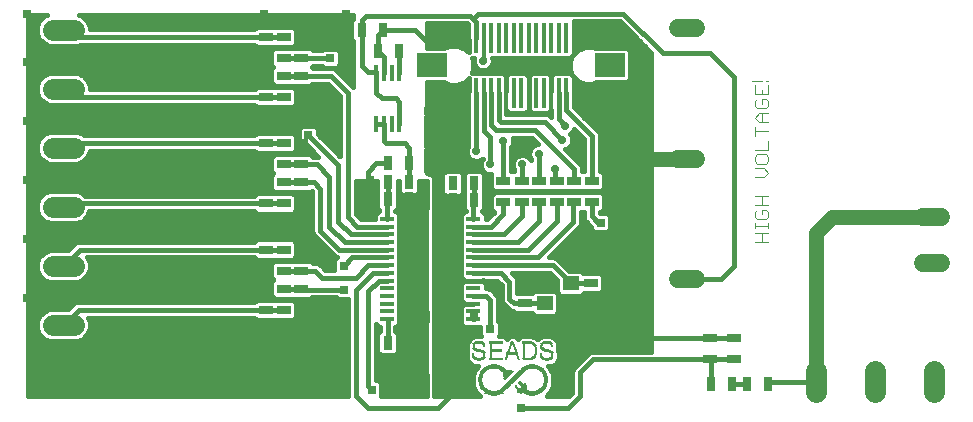
<source format=gtl>
G75*
%MOIN*%
%OFA0B0*%
%FSLAX24Y24*%
%IPPOS*%
%LPD*%
%AMOC8*
5,1,8,0,0,1.08239X$1,22.5*
%
%ADD10R,0.0069X0.0011*%
%ADD11R,0.0080X0.0011*%
%ADD12R,0.0218X0.0011*%
%ADD13R,0.0310X0.0011*%
%ADD14R,0.0380X0.0011*%
%ADD15R,0.0425X0.0012*%
%ADD16R,0.0471X0.0011*%
%ADD17R,0.0517X0.0011*%
%ADD18R,0.0092X0.0011*%
%ADD19R,0.0563X0.0011*%
%ADD20R,0.0161X0.0011*%
%ADD21R,0.0586X0.0011*%
%ADD22R,0.0782X0.0011*%
%ADD23R,0.0816X0.0012*%
%ADD24R,0.0655X0.0011*%
%ADD25R,0.0851X0.0011*%
%ADD26R,0.0678X0.0011*%
%ADD27R,0.0862X0.0011*%
%ADD28R,0.0288X0.0011*%
%ADD29R,0.0448X0.0011*%
%ADD30R,0.0241X0.0011*%
%ADD31R,0.0253X0.0011*%
%ADD32R,0.0391X0.0011*%
%ADD33R,0.0230X0.0012*%
%ADD34R,0.0345X0.0012*%
%ADD35R,0.0207X0.0011*%
%ADD36R,0.0207X0.0011*%
%ADD37R,0.0299X0.0011*%
%ADD38R,0.0195X0.0011*%
%ADD39R,0.0184X0.0011*%
%ADD40R,0.0173X0.0012*%
%ADD41R,0.0195X0.0012*%
%ADD42R,0.0322X0.0012*%
%ADD43R,0.0184X0.0012*%
%ADD44R,0.0173X0.0011*%
%ADD45R,0.0230X0.0011*%
%ADD46R,0.0184X0.0011*%
%ADD47R,0.0092X0.0011*%
%ADD48R,0.0161X0.0012*%
%ADD49R,0.0092X0.0012*%
%ADD50R,0.0149X0.0011*%
%ADD51R,0.0150X0.0011*%
%ADD52R,0.0069X0.0011*%
%ADD53R,0.0046X0.0011*%
%ADD54R,0.0149X0.0012*%
%ADD55R,0.0023X0.0012*%
%ADD56R,0.0138X0.0012*%
%ADD57R,0.0138X0.0011*%
%ADD58R,0.0103X0.0011*%
%ADD59R,0.0057X0.0011*%
%ADD60R,0.0035X0.0011*%
%ADD61R,0.0103X0.0012*%
%ADD62R,0.0011X0.0012*%
%ADD63R,0.0127X0.0012*%
%ADD64R,0.0057X0.0012*%
%ADD65R,0.0127X0.0011*%
%ADD66R,0.0011X0.0011*%
%ADD67R,0.0023X0.0011*%
%ADD68R,0.0092X0.0012*%
%ADD69R,0.0115X0.0011*%
%ADD70R,0.0126X0.0011*%
%ADD71R,0.0126X0.0012*%
%ADD72R,0.0265X0.0011*%
%ADD73R,0.0150X0.0012*%
%ADD74R,0.0276X0.0012*%
%ADD75R,0.0322X0.0011*%
%ADD76R,0.0345X0.0011*%
%ADD77R,0.0368X0.0011*%
%ADD78R,0.0368X0.0012*%
%ADD79R,0.0379X0.0011*%
%ADD80R,0.0207X0.0012*%
%ADD81R,0.0207X0.0012*%
%ADD82R,0.0678X0.0012*%
%ADD83R,0.0621X0.0011*%
%ADD84R,0.0552X0.0011*%
%ADD85R,0.0552X0.0011*%
%ADD86R,0.0517X0.0012*%
%ADD87R,0.0425X0.0011*%
%ADD88R,0.0218X0.0012*%
%ADD89R,0.0437X0.0011*%
%ADD90R,0.0437X0.0012*%
%ADD91R,0.0080X0.0012*%
%ADD92R,0.0333X0.0012*%
%ADD93R,0.0356X0.0011*%
%ADD94R,0.0403X0.0011*%
%ADD95R,0.0115X0.0012*%
%ADD96R,0.0069X0.0012*%
%ADD97R,0.0391X0.0012*%
%ADD98R,0.0264X0.0011*%
%ADD99R,0.0288X0.0012*%
%ADD100R,0.0403X0.0012*%
%ADD101R,0.0299X0.0011*%
%ADD102R,0.0276X0.0011*%
%ADD103R,0.0069X0.0012*%
%ADD104R,0.0414X0.0011*%
%ADD105R,0.0333X0.0011*%
%ADD106R,0.0322X0.0011*%
%ADD107C,0.0040*%
%ADD108R,0.0454X0.0157*%
%ADD109R,0.0315X0.0472*%
%ADD110R,0.0472X0.0315*%
%ADD111R,0.0180X0.0540*%
%ADD112R,0.0551X0.0472*%
%ADD113R,0.0138X0.0984*%
%ADD114R,0.0984X0.0787*%
%ADD115C,0.0594*%
%ADD116C,0.0705*%
%ADD117C,0.0160*%
%ADD118C,0.0280*%
%ADD119R,0.0280X0.0280*%
%ADD120C,0.0120*%
%ADD121C,0.0500*%
%ADD122R,0.0278X0.0278*%
%ADD123C,0.0010*%
D10*
X016429Y003637D03*
X016797Y003902D03*
X017694Y003936D03*
X017786Y003948D03*
X017809Y003879D03*
X017821Y003844D03*
X017832Y003810D03*
X018695Y003637D03*
X018695Y003603D03*
X017119Y002257D03*
D11*
X017504Y002809D03*
X017987Y002694D03*
X018160Y002614D03*
X018413Y002257D03*
X017953Y003465D03*
X017941Y003488D03*
X017941Y003499D03*
X017930Y003522D03*
X017930Y003534D03*
X017918Y003557D03*
X017907Y003580D03*
X017907Y003591D03*
X017907Y003603D03*
X017895Y003614D03*
X017872Y003695D03*
X017872Y003706D03*
X017861Y003718D03*
X017861Y003729D03*
X017849Y003752D03*
X017849Y003764D03*
X017849Y003775D03*
X017838Y003787D03*
X017826Y003821D03*
X017826Y003833D03*
X017815Y003867D03*
X017803Y003890D03*
X017803Y003902D03*
X017792Y003925D03*
X017792Y003936D03*
X017700Y003948D03*
X017688Y003925D03*
X017677Y003902D03*
X017677Y003890D03*
X017677Y003879D03*
X017665Y003867D03*
X017665Y003844D03*
X017654Y003833D03*
X017654Y003821D03*
X017654Y003810D03*
X017642Y003787D03*
X017631Y003775D03*
X017631Y003764D03*
X017631Y003752D03*
X017619Y003729D03*
X017619Y003718D03*
X017608Y003706D03*
X017608Y003695D03*
X017573Y003603D03*
X017573Y003591D03*
X017562Y003580D03*
X017562Y003557D03*
X017550Y003545D03*
X017550Y003534D03*
X017539Y003499D03*
X017527Y003476D03*
X017527Y003465D03*
X017516Y003442D03*
X017021Y003522D03*
X017021Y003534D03*
X017021Y003545D03*
X017021Y003557D03*
X017021Y003580D03*
X017021Y003591D03*
X017021Y003603D03*
X017021Y003614D03*
X017021Y003637D03*
X017021Y003649D03*
X017021Y003660D03*
X017021Y003672D03*
X017021Y003695D03*
X017021Y003706D03*
X017021Y003810D03*
X017021Y003821D03*
X017021Y003833D03*
X017021Y003844D03*
X017021Y003867D03*
X017021Y003879D03*
X017021Y003890D03*
X017021Y003902D03*
X017021Y003925D03*
X017021Y003936D03*
X017021Y003948D03*
X017021Y003959D03*
X016803Y003890D03*
X016803Y003879D03*
X016791Y003925D03*
X016458Y003925D03*
X016458Y003936D03*
X016458Y003902D03*
X016435Y003614D03*
X016435Y003603D03*
X016435Y003591D03*
X016435Y003580D03*
X016446Y003557D03*
X016803Y003557D03*
X016814Y003580D03*
X016814Y003591D03*
X016814Y003603D03*
X016814Y003614D03*
X017746Y004051D03*
X018125Y003959D03*
X018125Y003948D03*
X018125Y003936D03*
X018125Y003925D03*
X018125Y003902D03*
X018125Y003890D03*
X018125Y003879D03*
X018125Y003867D03*
X018125Y003844D03*
X018125Y003833D03*
X018125Y003821D03*
X018125Y003810D03*
X018125Y003787D03*
X018125Y003775D03*
X018125Y003764D03*
X018125Y003752D03*
X018125Y003729D03*
X018125Y003718D03*
X018125Y003706D03*
X018125Y003695D03*
X018125Y003672D03*
X018125Y003660D03*
X018125Y003649D03*
X018125Y003637D03*
X018125Y003614D03*
X018125Y003603D03*
X018125Y003591D03*
X018125Y003580D03*
X018125Y003557D03*
X018125Y003545D03*
X018125Y003534D03*
X018125Y003522D03*
X018493Y003580D03*
X018505Y003603D03*
X018505Y003614D03*
X018516Y003637D03*
X018516Y003649D03*
X018528Y003672D03*
X018528Y003695D03*
X018528Y003706D03*
X018528Y003718D03*
X018528Y003729D03*
X018528Y003752D03*
X018528Y003764D03*
X018528Y003775D03*
X018528Y003787D03*
X018528Y003810D03*
X018528Y003821D03*
X018516Y003867D03*
X018505Y003890D03*
X018712Y003890D03*
X018712Y003879D03*
X018712Y003902D03*
X018723Y003925D03*
X018723Y003936D03*
X019045Y003948D03*
X019057Y003925D03*
X019057Y003902D03*
X019057Y003890D03*
X019068Y003649D03*
X019068Y003637D03*
X019068Y003580D03*
X019068Y003557D03*
X018700Y003580D03*
X018700Y003591D03*
X018689Y003614D03*
D12*
X018815Y003787D03*
X018884Y003442D03*
X018689Y003120D03*
X018137Y003120D03*
X017550Y002924D03*
X017401Y003120D03*
X016849Y003120D03*
X016849Y002430D03*
X017125Y002269D03*
X017401Y002430D03*
X018114Y002499D03*
X018413Y002269D03*
X018689Y002430D03*
X016550Y003787D03*
D13*
X018413Y003269D03*
X018884Y003465D03*
X018884Y004017D03*
X018056Y002464D03*
X018091Y002430D03*
X018413Y002280D03*
X017125Y002280D03*
D14*
X017125Y002292D03*
X018413Y002292D03*
X018275Y003476D03*
X018275Y004005D03*
D15*
X018413Y002303D03*
X017125Y002303D03*
D16*
X017125Y002315D03*
X018413Y002315D03*
X018413Y003235D03*
X017125Y003235D03*
D17*
X017125Y002326D03*
X018413Y002326D03*
D18*
X018028Y002326D03*
X017924Y002487D03*
X017913Y002499D03*
X017901Y002510D03*
X017867Y002545D03*
X017855Y002556D03*
X017959Y003442D03*
X017924Y003545D03*
X017579Y003614D03*
X016809Y003637D03*
X016809Y003649D03*
X016774Y003959D03*
X016475Y003959D03*
X016464Y003948D03*
X016464Y003844D03*
X017740Y004040D03*
X018488Y003925D03*
X018499Y003902D03*
X018718Y003867D03*
X018729Y003948D03*
X019051Y003936D03*
X019063Y003660D03*
X019074Y003614D03*
X019074Y003603D03*
X019074Y003591D03*
X019063Y003545D03*
X019051Y003534D03*
X018718Y003545D03*
X018706Y003557D03*
X018499Y003591D03*
X018476Y003557D03*
D19*
X018413Y002338D03*
X017125Y002338D03*
D20*
X016763Y002510D03*
X016751Y002522D03*
X016740Y002545D03*
X016728Y002556D03*
X016740Y003005D03*
X016740Y003016D03*
X016751Y003028D03*
X016763Y003039D03*
X016740Y003499D03*
X016510Y003499D03*
X017522Y002867D03*
X018131Y002568D03*
X018028Y002338D03*
X018775Y002510D03*
X018787Y002522D03*
X018798Y002545D03*
X018810Y002982D03*
X018798Y003005D03*
X018787Y003016D03*
X018787Y003028D03*
X018775Y003039D03*
X018775Y003499D03*
X017740Y003959D03*
D21*
X017125Y003200D03*
X018413Y003200D03*
X017125Y002349D03*
D22*
X018315Y002349D03*
D23*
X018309Y002361D03*
D24*
X017125Y002372D03*
X017125Y003177D03*
X018413Y003177D03*
D25*
X018315Y002372D03*
D26*
X017125Y002384D03*
D27*
X018321Y002384D03*
D28*
X018620Y002395D03*
X017332Y002395D03*
X016918Y002395D03*
X016918Y003154D03*
X016630Y003752D03*
X016607Y003764D03*
X018206Y003154D03*
D29*
X018125Y002395D03*
D30*
X017573Y002959D03*
X016883Y002407D03*
X018884Y004040D03*
D31*
X018844Y003775D03*
X018649Y003143D03*
X018177Y003143D03*
X017579Y002970D03*
X017361Y003143D03*
X016889Y003143D03*
X016579Y003775D03*
X016625Y004040D03*
X017361Y002407D03*
X018649Y002407D03*
D32*
X018108Y002407D03*
X018281Y003488D03*
X017740Y003637D03*
X018281Y003994D03*
D33*
X017556Y002936D03*
X017384Y002418D03*
X016866Y002418D03*
X018672Y002418D03*
D34*
X018097Y002418D03*
X017740Y003683D03*
X018258Y004028D03*
D35*
X018706Y002441D03*
X016832Y002441D03*
D36*
X017418Y002441D03*
X018120Y002510D03*
X017545Y002913D03*
X017430Y003097D03*
D37*
X017326Y003154D03*
X017119Y003269D03*
X017591Y003005D03*
X018062Y002453D03*
X018074Y002441D03*
X018614Y003154D03*
X018235Y003442D03*
D38*
X018102Y003097D03*
X018091Y003085D03*
X017964Y002970D03*
X017953Y002959D03*
X017941Y002947D03*
X017918Y002924D03*
X017907Y002913D03*
X017895Y002901D03*
X017884Y002890D03*
X017861Y002867D03*
X017849Y002855D03*
X017838Y002844D03*
X017826Y002832D03*
X017803Y002809D03*
X017792Y002798D03*
X017780Y002786D03*
X017769Y002775D03*
X017746Y002752D03*
X017734Y002740D03*
X017723Y002729D03*
X017711Y002717D03*
X017688Y002694D03*
X017447Y002464D03*
X017435Y002453D03*
X016814Y002453D03*
X016803Y002464D03*
X017539Y002901D03*
X017447Y003085D03*
X016814Y003097D03*
X016803Y003085D03*
X018125Y002522D03*
X018723Y002453D03*
X018723Y003097D03*
X018884Y004051D03*
X016619Y004051D03*
D39*
X016740Y003706D03*
X018039Y003039D03*
X018016Y003016D03*
X018005Y003005D03*
X017982Y002982D03*
X018062Y003062D03*
X018074Y003074D03*
X017533Y002890D03*
X017671Y002683D03*
X017660Y002671D03*
X017648Y002660D03*
X017614Y002625D03*
X017602Y002614D03*
X017591Y002602D03*
X017556Y002568D03*
X017545Y002556D03*
X017533Y002545D03*
X017499Y002510D03*
X017487Y002499D03*
X017476Y002487D03*
X018108Y002602D03*
X018729Y002464D03*
X018741Y003074D03*
X018729Y003085D03*
D40*
X018114Y002591D03*
X017527Y002878D03*
X016768Y003051D03*
X016791Y002476D03*
D41*
X017458Y002476D03*
X017700Y002706D03*
X017757Y002763D03*
X017815Y002821D03*
X017872Y002878D03*
X017930Y002936D03*
D42*
X018051Y002476D03*
D43*
X018131Y002533D03*
X017637Y002648D03*
X017579Y002591D03*
X017522Y002533D03*
X017993Y002993D03*
X018051Y003051D03*
X018741Y002476D03*
X018787Y003798D03*
X016521Y003798D03*
D44*
X016791Y003074D03*
X016780Y003062D03*
X016768Y002499D03*
X016780Y002487D03*
X018125Y002579D03*
X018137Y002545D03*
X018758Y002487D03*
X018769Y002499D03*
X018758Y003062D03*
X018999Y003499D03*
X018999Y003706D03*
D45*
X018971Y003718D03*
X018672Y003131D03*
X018154Y003131D03*
X017568Y002947D03*
X017384Y003131D03*
X016866Y003131D03*
X016625Y003442D03*
X016705Y003718D03*
X018108Y002487D03*
D46*
X017625Y002637D03*
X017568Y002579D03*
X017510Y002522D03*
X018028Y003028D03*
D47*
X017947Y003476D03*
X017545Y003522D03*
X017533Y003488D03*
X016797Y003545D03*
X016797Y003660D03*
X016452Y003545D03*
X016452Y003867D03*
X016452Y003879D03*
X016452Y003890D03*
X016786Y003936D03*
X016786Y003948D03*
X018511Y003879D03*
X018522Y003844D03*
X018522Y003833D03*
X018741Y003959D03*
X019040Y003959D03*
X018522Y003660D03*
X017890Y002522D03*
D48*
X018787Y002533D03*
X018764Y003051D03*
X018419Y003511D03*
X016740Y002533D03*
D49*
X017878Y002533D03*
X017936Y003511D03*
X016441Y003568D03*
D50*
X016711Y002959D03*
X016699Y002924D03*
X018137Y002556D03*
X018827Y002602D03*
X018827Y002947D03*
X018884Y003430D03*
D51*
X018758Y003810D03*
X018815Y002970D03*
X018815Y002579D03*
X018815Y002568D03*
X018804Y002556D03*
X016722Y002568D03*
X016722Y002579D03*
X016722Y002970D03*
X016722Y002982D03*
X016619Y003430D03*
X016504Y003810D03*
D52*
X017855Y002568D03*
X019063Y003879D03*
D53*
X017499Y002786D03*
X017855Y002579D03*
D54*
X016711Y002591D03*
X017746Y003971D03*
D55*
X017855Y002591D03*
D56*
X018821Y002591D03*
X018844Y002648D03*
X018856Y002706D03*
X018833Y002936D03*
X016705Y002936D03*
X016682Y002878D03*
X016671Y002821D03*
X016671Y002763D03*
X016694Y002648D03*
D57*
X016694Y002637D03*
X016694Y002625D03*
X016705Y002614D03*
X016705Y002602D03*
X016682Y002660D03*
X016682Y002671D03*
X016682Y002683D03*
X016682Y002694D03*
X016671Y002729D03*
X016671Y002740D03*
X016671Y002752D03*
X016671Y002775D03*
X016671Y002786D03*
X016671Y002798D03*
X016671Y002809D03*
X016682Y002855D03*
X016682Y002867D03*
X016682Y002890D03*
X016694Y002901D03*
X016694Y002913D03*
X016705Y002947D03*
X017522Y002855D03*
X017637Y003085D03*
X016763Y003695D03*
X017740Y003982D03*
X017740Y003994D03*
X019028Y003695D03*
X018821Y002959D03*
X018833Y002924D03*
X018844Y002913D03*
X018844Y002901D03*
X018844Y002890D03*
X018856Y002867D03*
X018856Y002855D03*
X018856Y002844D03*
X018856Y002832D03*
X018856Y002717D03*
X018856Y002694D03*
X018856Y002683D03*
X018856Y002671D03*
X018844Y002660D03*
X018844Y002637D03*
X018833Y002625D03*
X018833Y002614D03*
D58*
X018056Y002614D03*
X018045Y002625D03*
X018033Y002637D03*
X018010Y002660D03*
X017999Y002671D03*
X017987Y002683D03*
X018459Y003534D03*
X018470Y003545D03*
X018723Y003534D03*
X018735Y003522D03*
X019045Y003522D03*
X019057Y003672D03*
X018735Y003833D03*
X018723Y003844D03*
X018758Y003982D03*
X018482Y003936D03*
X018470Y003948D03*
X016791Y003672D03*
X016791Y003534D03*
X016780Y003522D03*
X016469Y003522D03*
X016458Y003534D03*
X016469Y003833D03*
D59*
X017642Y003097D03*
X017504Y002798D03*
X018160Y002625D03*
D60*
X018160Y002637D03*
X017987Y002717D03*
X018413Y003292D03*
X017125Y003292D03*
D61*
X016768Y003971D03*
X016481Y003971D03*
X018746Y003971D03*
X018022Y002648D03*
D62*
X018160Y002648D03*
D63*
X018861Y002763D03*
X018861Y002821D03*
X018746Y003511D03*
X016676Y002706D03*
D64*
X017987Y002706D03*
D65*
X018861Y002729D03*
X018861Y002740D03*
X018861Y002752D03*
X018861Y002775D03*
X018861Y002786D03*
X018861Y002798D03*
X018861Y002809D03*
X016676Y002832D03*
X016676Y002844D03*
X016676Y002717D03*
X016619Y004063D03*
D66*
X017987Y002729D03*
D67*
X017499Y002775D03*
D68*
X017510Y002821D03*
X017522Y003453D03*
X018488Y003568D03*
X018499Y003913D03*
X018718Y003856D03*
X019074Y003626D03*
D69*
X018741Y003821D03*
X018453Y003959D03*
X017740Y004017D03*
X016751Y003982D03*
X016498Y003982D03*
X017510Y002832D03*
D70*
X017516Y002844D03*
X018447Y003522D03*
X019011Y003982D03*
X018884Y004063D03*
X017746Y004005D03*
X016481Y003821D03*
D71*
X016768Y003511D03*
X018436Y003971D03*
X018850Y002878D03*
D72*
X017585Y002982D03*
X016676Y003729D03*
X018217Y004051D03*
D73*
X018804Y002993D03*
X016734Y002993D03*
D74*
X017591Y002993D03*
X016625Y003453D03*
X018890Y003453D03*
X018913Y003741D03*
D75*
X017591Y003016D03*
X016625Y003465D03*
X016625Y004017D03*
D76*
X016625Y004005D03*
X016625Y003476D03*
X017591Y003028D03*
X018890Y003476D03*
D77*
X018890Y003488D03*
X018407Y003258D03*
X017740Y003660D03*
X017740Y003672D03*
X018269Y004017D03*
X017119Y003258D03*
X017545Y003074D03*
X017591Y003039D03*
X016625Y003488D03*
D78*
X017579Y003051D03*
D79*
X017562Y003062D03*
X017734Y003649D03*
D80*
X016832Y003108D03*
X018706Y003108D03*
D81*
X018120Y003108D03*
X017418Y003108D03*
D82*
X017125Y003166D03*
X018413Y003166D03*
D83*
X018407Y003189D03*
X017119Y003189D03*
D84*
X017119Y003212D03*
D85*
X018407Y003212D03*
D86*
X018413Y003223D03*
X017125Y003223D03*
D87*
X017125Y003246D03*
X018413Y003246D03*
X017194Y004051D03*
D88*
X017125Y003281D03*
X018413Y003281D03*
D89*
X017200Y003442D03*
X017200Y003465D03*
X017200Y003476D03*
X017200Y003488D03*
X017200Y003499D03*
X017200Y003982D03*
X017200Y003994D03*
X017200Y004005D03*
X017200Y004017D03*
X017200Y004040D03*
D90*
X017200Y004028D03*
X017200Y003453D03*
D91*
X017021Y003511D03*
X017021Y003568D03*
X017021Y003626D03*
X017021Y003683D03*
X017021Y003798D03*
X017021Y003856D03*
X017021Y003913D03*
X017021Y003971D03*
X016791Y003913D03*
X016458Y003913D03*
X016458Y003856D03*
X016814Y003626D03*
X016803Y003568D03*
X017539Y003511D03*
X017562Y003568D03*
X017619Y003741D03*
X017642Y003798D03*
X017665Y003856D03*
X017688Y003913D03*
X017815Y003856D03*
X017838Y003798D03*
X017861Y003741D03*
X017918Y003568D03*
X017953Y003453D03*
X018125Y003511D03*
X018125Y003568D03*
X018125Y003626D03*
X018125Y003683D03*
X018125Y003741D03*
X018125Y003798D03*
X018125Y003856D03*
X018125Y003913D03*
X018125Y003971D03*
X018516Y003856D03*
X018528Y003798D03*
X018528Y003741D03*
X018528Y003683D03*
X018516Y003626D03*
X018689Y003626D03*
X018700Y003568D03*
X019068Y003568D03*
X019057Y003913D03*
X018712Y003913D03*
D92*
X018252Y003453D03*
D93*
X018263Y003465D03*
X018884Y003994D03*
X016630Y003994D03*
D94*
X017182Y003787D03*
X017182Y003775D03*
X017182Y003764D03*
X017182Y003752D03*
X017182Y003729D03*
X017182Y003718D03*
X018286Y003499D03*
D95*
X019028Y003511D03*
X019040Y003683D03*
X019028Y003971D03*
X017740Y004028D03*
X016786Y003683D03*
X016487Y003511D03*
D96*
X016429Y003626D03*
D97*
X017740Y003626D03*
D98*
X018942Y003729D03*
D99*
X018884Y004028D03*
X016653Y003741D03*
X016619Y004028D03*
D100*
X017182Y003741D03*
D101*
X018890Y003752D03*
D102*
X018867Y003764D03*
D103*
X017798Y003913D03*
D104*
X018292Y003982D03*
D105*
X018884Y004005D03*
D106*
X018246Y004040D03*
D107*
X025821Y007392D02*
X026281Y007392D01*
X026051Y007392D02*
X026051Y007699D01*
X025821Y007699D02*
X026281Y007699D01*
X026281Y007852D02*
X026281Y008006D01*
X026281Y007929D02*
X025821Y007929D01*
X025821Y007852D02*
X025821Y008006D01*
X025898Y008159D02*
X026205Y008159D01*
X026281Y008236D01*
X026281Y008389D01*
X026205Y008466D01*
X026051Y008466D01*
X026051Y008313D01*
X025898Y008466D02*
X025821Y008389D01*
X025821Y008236D01*
X025898Y008159D01*
X025821Y008619D02*
X026281Y008619D01*
X026051Y008619D02*
X026051Y008926D01*
X025821Y008926D02*
X026281Y008926D01*
X026128Y009540D02*
X025821Y009540D01*
X026128Y009540D02*
X026281Y009694D01*
X026128Y009847D01*
X025821Y009847D01*
X025898Y010001D02*
X026205Y010001D01*
X026281Y010077D01*
X026281Y010231D01*
X026205Y010308D01*
X025898Y010308D01*
X025821Y010231D01*
X025821Y010077D01*
X025898Y010001D01*
X025821Y010461D02*
X026281Y010461D01*
X026281Y010768D01*
X025821Y010921D02*
X025821Y011228D01*
X025821Y011075D02*
X026281Y011075D01*
X026281Y011382D02*
X025975Y011382D01*
X025821Y011535D01*
X025975Y011689D01*
X026281Y011689D01*
X026205Y011842D02*
X025898Y011842D01*
X025821Y011919D01*
X025821Y012072D01*
X025898Y012149D01*
X026051Y012149D02*
X026051Y011996D01*
X026051Y012149D02*
X026205Y012149D01*
X026281Y012072D01*
X026281Y011919D01*
X026205Y011842D01*
X026051Y011689D02*
X026051Y011382D01*
X026051Y012303D02*
X026051Y012456D01*
X025821Y012303D02*
X026281Y012303D01*
X026281Y012610D01*
X026281Y012763D02*
X026205Y012763D01*
X026051Y012763D02*
X025744Y012763D01*
X025821Y012610D02*
X025821Y012303D01*
D108*
X016447Y008149D03*
X016447Y007893D03*
X016447Y007637D03*
X016447Y007382D03*
X016447Y007126D03*
X016447Y006870D03*
X016447Y006614D03*
X016447Y006358D03*
X016447Y006102D03*
X016447Y005846D03*
X016447Y005590D03*
X016447Y005334D03*
X016447Y005078D03*
X016447Y004823D03*
X013573Y004823D03*
X013573Y005078D03*
X013573Y005334D03*
X013573Y005590D03*
X013573Y005846D03*
X013573Y006102D03*
X013573Y006358D03*
X013573Y006614D03*
X013573Y006870D03*
X013573Y007126D03*
X013573Y007382D03*
X013573Y007637D03*
X013573Y007893D03*
X013573Y008149D03*
D109*
X013585Y008828D03*
X014294Y008828D03*
X014294Y009380D03*
X013585Y009380D03*
X013585Y010010D03*
X014294Y010010D03*
X015750Y009340D03*
X016459Y009340D03*
X016459Y008789D03*
X015750Y008789D03*
X014294Y004025D03*
X013585Y004025D03*
X014648Y002726D03*
X015357Y002726D03*
X024372Y002647D03*
X025081Y002647D03*
X025553Y002647D03*
X026262Y002647D03*
X013979Y013750D03*
X013270Y013750D03*
X013427Y014458D03*
X012719Y014458D03*
D110*
X010711Y014222D03*
X010120Y014222D03*
X009530Y014222D03*
X009530Y013513D03*
X010120Y013513D03*
X010711Y013513D03*
X010711Y012923D03*
X010120Y012923D03*
X009530Y012923D03*
X009530Y012214D03*
X010120Y012214D03*
X010711Y012214D03*
X010711Y010679D03*
X010120Y010679D03*
X009530Y010679D03*
X009530Y009970D03*
X010120Y009970D03*
X010711Y009970D03*
X010711Y009380D03*
X010120Y009380D03*
X009530Y009380D03*
X009530Y008671D03*
X010120Y008671D03*
X010711Y008671D03*
X010711Y007136D03*
X010120Y007136D03*
X009530Y007136D03*
X009530Y006427D03*
X010120Y006427D03*
X010711Y006427D03*
X010711Y005836D03*
X010120Y005836D03*
X009530Y005836D03*
X009530Y005128D03*
X010120Y005128D03*
X010711Y005128D03*
X018148Y005341D03*
X018148Y006050D03*
X020356Y006027D03*
X020356Y005318D03*
X024333Y004183D03*
X025120Y004183D03*
X025120Y003474D03*
X024333Y003474D03*
X020396Y008710D03*
X019805Y008710D03*
X019215Y008710D03*
X018624Y008710D03*
X018073Y008710D03*
X017443Y008710D03*
X017443Y009419D03*
X018073Y009419D03*
X018624Y009419D03*
X019215Y009419D03*
X019805Y009419D03*
X020396Y009419D03*
D111*
X013965Y011315D03*
X013715Y011315D03*
X013455Y011315D03*
X013205Y011315D03*
X013205Y013035D03*
X013455Y013035D03*
X013715Y013035D03*
X013965Y013035D03*
D112*
X018819Y006019D03*
X019686Y006019D03*
X019686Y005349D03*
X018819Y005349D03*
D113*
X018784Y012352D03*
X019034Y012352D03*
X019284Y012352D03*
X019534Y012352D03*
X019784Y012352D03*
X018534Y012352D03*
X018284Y012352D03*
X018034Y012352D03*
X017784Y012352D03*
X017534Y012352D03*
X017284Y012352D03*
X017034Y012352D03*
X016784Y012352D03*
X016534Y012352D03*
X016284Y012352D03*
X016284Y014202D03*
X016534Y014202D03*
X016784Y014202D03*
X017034Y014202D03*
X017284Y014202D03*
X017534Y014202D03*
X017784Y014202D03*
X018034Y014202D03*
X018284Y014202D03*
X018534Y014202D03*
X018784Y014202D03*
X019034Y014202D03*
X019284Y014202D03*
X019534Y014202D03*
X019784Y014202D03*
D114*
X020991Y013287D03*
X015076Y013277D03*
D115*
X023264Y014510D02*
X023858Y014510D01*
X023858Y010167D02*
X023264Y010167D01*
X023264Y006167D02*
X023858Y006167D01*
X031438Y006675D02*
X032031Y006675D01*
X032031Y008210D02*
X031438Y008210D01*
D116*
X031813Y003083D02*
X031813Y002378D01*
X029845Y002378D02*
X029845Y003083D01*
X027876Y003083D02*
X027876Y002378D01*
X003123Y004616D02*
X002418Y004616D01*
X002418Y006584D02*
X003123Y006584D01*
X003123Y008553D02*
X002418Y008553D01*
X002418Y010521D02*
X003123Y010521D01*
X003123Y012490D02*
X002418Y012490D01*
X002418Y014458D02*
X003123Y014458D01*
D117*
X001585Y014963D02*
X001585Y002254D01*
X012258Y002254D01*
X012258Y005478D01*
X011915Y005478D01*
X011856Y005537D01*
X011060Y005537D01*
X011022Y005499D01*
X009810Y005499D01*
X009704Y005604D01*
X009704Y006068D01*
X009767Y006132D01*
X009704Y006195D01*
X009704Y006659D01*
X009810Y006764D01*
X011022Y006764D01*
X011099Y006687D01*
X011219Y006687D01*
X011315Y006647D01*
X011388Y006574D01*
X011388Y006574D01*
X011512Y006451D01*
X011809Y006451D01*
X011809Y006798D01*
X011892Y006881D01*
X011833Y006905D01*
X011194Y007545D01*
X011120Y007618D01*
X011081Y007714D01*
X011081Y009055D01*
X011058Y009078D01*
X011022Y009042D01*
X009810Y009042D01*
X009704Y009148D01*
X009704Y009612D01*
X009767Y009675D01*
X009704Y009738D01*
X009704Y010202D01*
X009810Y010308D01*
X011022Y010308D01*
X011099Y010230D01*
X011280Y010230D01*
X010891Y010620D01*
X010726Y010620D01*
X010620Y010725D01*
X010620Y011152D01*
X010726Y011258D01*
X011153Y011258D01*
X011258Y011152D01*
X011258Y010987D01*
X012006Y010240D01*
X012006Y012244D01*
X011588Y012663D01*
X011099Y012663D01*
X011022Y012585D01*
X009810Y012585D01*
X009704Y012691D01*
X009704Y013155D01*
X009767Y013218D01*
X009704Y013281D01*
X009704Y013746D01*
X009810Y013851D01*
X011022Y013851D01*
X011099Y013773D01*
X011399Y013773D01*
X011458Y013833D01*
X011885Y013833D01*
X011991Y013727D01*
X011991Y013300D01*
X011885Y013194D01*
X011458Y013194D01*
X011399Y013253D01*
X011099Y013253D01*
X011064Y013218D01*
X011099Y013183D01*
X011747Y013183D01*
X011842Y013143D01*
X012413Y012572D01*
X012443Y012543D01*
X012443Y014086D01*
X012381Y014148D01*
X012381Y014769D01*
X012443Y014831D01*
X012443Y014963D01*
X003297Y014963D01*
X003424Y014910D01*
X003574Y014760D01*
X003655Y014564D01*
X003655Y014482D01*
X009142Y014482D01*
X009219Y014560D01*
X010431Y014560D01*
X010537Y014454D01*
X010537Y013990D01*
X010431Y013885D01*
X009219Y013885D01*
X009142Y013962D01*
X003316Y013962D01*
X003228Y013926D01*
X002312Y013926D01*
X002116Y014007D01*
X001966Y014157D01*
X001885Y014352D01*
X001885Y014564D01*
X001966Y014760D01*
X002116Y014910D01*
X002243Y014963D01*
X001585Y014963D01*
X001585Y014862D02*
X002068Y014862D01*
X001943Y014704D02*
X001585Y014704D01*
X001585Y014545D02*
X001885Y014545D01*
X001885Y014387D02*
X001585Y014387D01*
X001585Y014228D02*
X001937Y014228D01*
X002053Y014070D02*
X001585Y014070D01*
X001585Y013911D02*
X009193Y013911D01*
X009530Y014222D02*
X003006Y014222D01*
X002770Y014458D01*
X003597Y014704D02*
X012381Y014704D01*
X012381Y014545D02*
X010446Y014545D01*
X010537Y014387D02*
X012381Y014387D01*
X012381Y014228D02*
X010537Y014228D01*
X010537Y014070D02*
X012443Y014070D01*
X012443Y013911D02*
X010458Y013911D01*
X010120Y014222D02*
X009530Y014222D01*
X009204Y014545D02*
X003655Y014545D01*
X003472Y014862D02*
X012443Y014862D01*
X012727Y014793D02*
X012727Y014466D01*
X012719Y014458D01*
X012739Y014439D01*
X012739Y013238D01*
X012939Y013037D01*
X013203Y013037D01*
X013205Y013035D01*
X013205Y012366D01*
X013396Y012175D01*
X013853Y012175D01*
X013963Y012065D01*
X013963Y011317D01*
X013965Y011315D01*
X013455Y011315D02*
X013455Y010746D01*
X013530Y010671D01*
X014152Y010671D01*
X014294Y010529D01*
X014294Y010010D01*
X014294Y009380D01*
X014631Y009419D02*
X014884Y009419D01*
X014884Y008536D01*
X014879Y008531D01*
X014879Y005071D01*
X014884Y005066D01*
X014884Y004757D01*
X014879Y004752D01*
X014879Y002945D01*
X014884Y002940D01*
X014884Y002254D01*
X013380Y002254D01*
X013380Y002680D01*
X013275Y002785D01*
X013195Y002785D01*
X013195Y004640D01*
X013271Y004564D01*
X013325Y004564D01*
X013325Y004414D01*
X013247Y004336D01*
X013247Y003714D01*
X013353Y003609D01*
X013817Y003609D01*
X013922Y003714D01*
X013922Y004336D01*
X013845Y004414D01*
X013845Y004564D01*
X013875Y004564D01*
X013980Y004669D01*
X013980Y008303D01*
X013875Y008408D01*
X013833Y008408D01*
X013833Y008428D01*
X013922Y008518D01*
X013922Y009419D01*
X013956Y009419D01*
X013956Y009069D01*
X014062Y008963D01*
X014526Y008963D01*
X014631Y009069D01*
X014631Y009419D01*
X014631Y009315D02*
X014884Y009315D01*
X014884Y009156D02*
X014631Y009156D01*
X014560Y008998D02*
X014884Y008998D01*
X014884Y008839D02*
X013922Y008839D01*
X013922Y008681D02*
X014884Y008681D01*
X014879Y008522D02*
X013922Y008522D01*
X013919Y008364D02*
X014879Y008364D01*
X014879Y008205D02*
X013980Y008205D01*
X013980Y008047D02*
X014879Y008047D01*
X014879Y007888D02*
X013980Y007888D01*
X013980Y007730D02*
X014879Y007730D01*
X014879Y007571D02*
X013980Y007571D01*
X013980Y007413D02*
X014879Y007413D01*
X014879Y007254D02*
X013980Y007254D01*
X013980Y007096D02*
X014879Y007096D01*
X014879Y006937D02*
X013980Y006937D01*
X013980Y006779D02*
X014879Y006779D01*
X014879Y006620D02*
X013980Y006620D01*
X013980Y006462D02*
X014879Y006462D01*
X014879Y006303D02*
X013980Y006303D01*
X013980Y006145D02*
X014879Y006145D01*
X014879Y005986D02*
X013980Y005986D01*
X013980Y005828D02*
X014879Y005828D01*
X014879Y005669D02*
X013980Y005669D01*
X013980Y005511D02*
X014879Y005511D01*
X014879Y005352D02*
X013980Y005352D01*
X013980Y005194D02*
X014879Y005194D01*
X014884Y005035D02*
X013980Y005035D01*
X013980Y004877D02*
X014884Y004877D01*
X014805Y004931D02*
X014451Y004931D01*
X014879Y004718D02*
X013980Y004718D01*
X013845Y004560D02*
X014879Y004560D01*
X014879Y004401D02*
X013857Y004401D01*
X013922Y004243D02*
X014879Y004243D01*
X014879Y004084D02*
X013922Y004084D01*
X013922Y003926D02*
X014879Y003926D01*
X014879Y003767D02*
X013922Y003767D01*
X013585Y004025D02*
X013585Y004811D01*
X013573Y004823D01*
X013325Y004560D02*
X013195Y004560D01*
X013195Y004401D02*
X013312Y004401D01*
X013247Y004243D02*
X013195Y004243D01*
X013195Y004084D02*
X013247Y004084D01*
X013247Y003926D02*
X013195Y003926D01*
X013195Y003767D02*
X013247Y003767D01*
X013195Y003609D02*
X014879Y003609D01*
X014879Y003450D02*
X013195Y003450D01*
X013195Y003292D02*
X014879Y003292D01*
X014879Y003133D02*
X013195Y003133D01*
X013195Y002975D02*
X014879Y002975D01*
X014884Y002816D02*
X013195Y002816D01*
X013380Y002658D02*
X014884Y002658D01*
X014884Y002499D02*
X013380Y002499D01*
X013380Y002341D02*
X014884Y002341D01*
X015144Y002341D02*
X016568Y002341D01*
X016571Y002338D02*
X016571Y002338D01*
X016655Y002254D01*
X015144Y002254D01*
X015144Y009471D01*
X015125Y009516D01*
X015125Y009555D01*
X015020Y009660D01*
X014981Y009660D01*
X014936Y009679D01*
X014884Y009679D01*
X014884Y012704D01*
X015457Y012704D01*
X015659Y012620D01*
X015920Y012620D01*
X016162Y012720D01*
X016285Y012843D01*
X016285Y012431D01*
X016274Y012404D01*
X016274Y010592D01*
X016266Y010584D01*
X016218Y010467D01*
X016218Y010340D01*
X016266Y010222D01*
X016356Y010132D01*
X016474Y010083D01*
X016601Y010083D01*
X016719Y010132D01*
X016750Y010163D01*
X016750Y010163D01*
X016739Y010151D01*
X016690Y010034D01*
X016690Y009907D01*
X016739Y009789D01*
X016829Y009699D01*
X016947Y009650D01*
X017027Y009650D01*
X017027Y009187D01*
X017132Y009081D01*
X017754Y009081D01*
X017758Y009086D01*
X017762Y009081D01*
X020707Y009081D01*
X020812Y009187D01*
X020812Y009651D01*
X020707Y009756D01*
X020656Y009756D01*
X020656Y010967D01*
X020616Y011062D01*
X019794Y011885D01*
X019794Y012404D01*
X019783Y012431D01*
X019783Y012899D01*
X019928Y012754D01*
X020155Y012659D01*
X020401Y012659D01*
X020531Y012713D01*
X021558Y012713D01*
X021664Y012819D01*
X021664Y013755D01*
X021558Y013861D01*
X020483Y013861D01*
X020401Y013895D01*
X020155Y013895D01*
X019928Y013801D01*
X019783Y013656D01*
X019783Y014742D01*
X021320Y014742D01*
X022364Y013697D01*
X022364Y003734D01*
X020384Y003734D01*
X020288Y003695D01*
X019855Y003261D01*
X019782Y003188D01*
X019742Y003093D01*
X019742Y002361D01*
X019635Y002254D01*
X018883Y002254D01*
X018967Y002338D01*
X018990Y002361D01*
X019001Y002372D01*
X019001Y002384D01*
X019036Y002418D01*
X019036Y002430D01*
X019047Y002441D01*
X019047Y002453D01*
X019059Y002464D01*
X019059Y002476D01*
X019070Y002487D01*
X019070Y002510D01*
X019082Y002522D01*
X019082Y002533D01*
X019082Y002545D01*
X019093Y002556D01*
X019093Y002579D01*
X019105Y002591D01*
X019105Y002648D01*
X019105Y002901D01*
X019105Y002947D01*
X019093Y002958D01*
X019093Y002993D01*
X019082Y003004D01*
X019082Y003016D01*
X019082Y003016D01*
X019082Y003027D01*
X019070Y003039D01*
X019070Y003050D01*
X019070Y003050D01*
X019070Y003062D01*
X019059Y003073D01*
X019059Y003073D01*
X019059Y003073D01*
X019059Y003085D01*
X019047Y003096D01*
X019047Y003108D01*
X019036Y003119D01*
X019036Y003119D01*
X019024Y003131D01*
X019024Y003142D01*
X019001Y003165D01*
X019001Y003177D01*
X018990Y003188D01*
X018990Y003188D01*
X018934Y003244D01*
X019034Y003244D01*
X019045Y003256D01*
X019068Y003256D01*
X019080Y003267D01*
X019103Y003267D01*
X019126Y003290D01*
X019137Y003290D01*
X019149Y003302D01*
X019254Y003407D01*
X019254Y003407D01*
X019266Y003419D01*
X019266Y003430D01*
X019277Y003442D01*
X019277Y003453D01*
X019277Y003453D01*
X019277Y003453D01*
X019289Y003465D01*
X019289Y003499D01*
X019300Y003511D01*
X019300Y003706D01*
X019289Y003717D01*
X019289Y003740D01*
X019289Y003740D01*
X019289Y003752D01*
X019277Y003763D01*
X019277Y003763D01*
X019277Y003775D01*
X019266Y003786D01*
X019266Y003787D01*
X019277Y003798D01*
X019277Y004016D01*
X019266Y004028D01*
X019266Y004051D01*
X019208Y004108D01*
X019208Y004108D01*
X019103Y004214D01*
X019091Y004214D01*
X019080Y004225D01*
X019068Y004225D01*
X019057Y004237D01*
X019034Y004237D01*
X019022Y004248D01*
X018747Y004248D01*
X018735Y004237D01*
X018712Y004237D01*
X018701Y004225D01*
X018689Y004225D01*
X018678Y004214D01*
X018666Y004214D01*
X018597Y004145D01*
X018574Y004168D01*
X018562Y004168D01*
X018539Y004191D01*
X018528Y004202D01*
X018516Y004202D01*
X018505Y004214D01*
X018493Y004214D01*
X018482Y004225D01*
X018436Y004225D01*
X018424Y004237D01*
X018011Y004237D01*
X017936Y004162D01*
X017861Y004237D01*
X017631Y004237D01*
X017620Y004225D01*
X017620Y004225D01*
X017608Y004214D01*
X017556Y004162D01*
X017481Y004237D01*
X017282Y004237D01*
X017318Y004273D01*
X017318Y004703D01*
X017270Y004751D01*
X017270Y005506D01*
X017230Y005601D01*
X017157Y005674D01*
X017021Y005811D01*
X016925Y005850D01*
X016854Y005850D01*
X016854Y005999D01*
X016756Y006098D01*
X017240Y006098D01*
X017382Y005956D01*
X017382Y005448D01*
X017422Y005353D01*
X017583Y005192D01*
X017656Y005119D01*
X017752Y005079D01*
X017762Y005079D01*
X017838Y005004D01*
X018399Y005004D01*
X018469Y004933D01*
X019170Y004933D01*
X019275Y005039D01*
X019275Y005660D01*
X019170Y005766D01*
X018469Y005766D01*
X018382Y005679D01*
X017902Y005679D01*
X017902Y006115D01*
X017863Y006211D01*
X017790Y006284D01*
X017720Y006354D01*
X018983Y006354D01*
X019230Y006107D01*
X019230Y005708D01*
X019335Y005602D01*
X020036Y005602D01*
X020123Y005689D01*
X020667Y005689D01*
X020773Y005795D01*
X020773Y006259D01*
X020667Y006364D01*
X020106Y006364D01*
X020036Y006435D01*
X019637Y006435D01*
X019238Y006834D01*
X019142Y006874D01*
X018967Y006874D01*
X019913Y007821D01*
X019986Y007894D01*
X020026Y007989D01*
X020026Y008373D01*
X020136Y008373D01*
X020136Y008185D01*
X020176Y008090D01*
X020370Y007895D01*
X020370Y007815D01*
X020475Y007710D01*
X020904Y007710D01*
X021010Y007815D01*
X021010Y008245D01*
X020904Y008350D01*
X020656Y008350D01*
X020656Y008373D01*
X020707Y008373D01*
X020812Y008478D01*
X020812Y008942D01*
X020707Y009048D01*
X017762Y009048D01*
X017758Y009044D01*
X017754Y009048D01*
X017132Y009048D01*
X017027Y008942D01*
X017027Y008478D01*
X017132Y008373D01*
X016912Y008153D01*
X016854Y008153D01*
X016854Y008303D01*
X016749Y008408D01*
X016726Y008408D01*
X016796Y008478D01*
X016796Y009651D01*
X016691Y009756D01*
X016227Y009756D01*
X016121Y009651D01*
X016121Y008478D01*
X016187Y008413D01*
X016187Y008408D01*
X016145Y008408D01*
X016040Y008303D01*
X016040Y006205D01*
X016143Y006102D01*
X016040Y005999D01*
X016040Y005437D01*
X016143Y005334D01*
X016040Y005232D01*
X016040Y004669D01*
X016145Y004564D01*
X016392Y004564D01*
X016395Y004563D01*
X016499Y004563D01*
X016502Y004564D01*
X016678Y004564D01*
X016678Y004273D01*
X016704Y004248D01*
X016481Y004248D01*
X016470Y004237D01*
X016447Y004237D01*
X016435Y004225D01*
X016424Y004225D01*
X016412Y004214D01*
X016401Y004214D01*
X016295Y004108D01*
X016284Y004097D01*
X016272Y004085D01*
X016272Y004074D01*
X016249Y004051D01*
X016249Y004039D01*
X016238Y004028D01*
X016238Y003982D01*
X016226Y003970D01*
X016226Y003787D01*
X016238Y003775D01*
X016238Y003741D01*
X016238Y003741D01*
X016215Y003717D01*
X016215Y003488D01*
X016226Y003476D01*
X016226Y003453D01*
X016249Y003430D01*
X016249Y003419D01*
X016355Y003313D01*
X016366Y003302D01*
X016378Y003290D01*
X016389Y003279D01*
X016401Y003279D01*
X016412Y003267D01*
X016424Y003267D01*
X016435Y003256D01*
X016458Y003256D01*
X016470Y003244D01*
X016604Y003244D01*
X016548Y003188D01*
X016537Y003177D01*
X016525Y003165D01*
X016525Y003154D01*
X016502Y003131D01*
X016502Y003119D01*
X016479Y003096D01*
X016479Y003073D01*
X016468Y003062D01*
X016468Y003050D01*
X016456Y003039D01*
X016456Y003016D01*
X016445Y003004D01*
X016445Y002981D01*
X016433Y002970D01*
X016433Y002912D01*
X016422Y002901D01*
X016422Y002648D01*
X016433Y002637D01*
X016433Y002579D01*
X016445Y002568D01*
X016445Y002545D01*
X016456Y002533D01*
X016456Y002510D01*
X016468Y002499D01*
X016468Y002476D01*
X016479Y002464D01*
X016479Y002453D01*
X016491Y002441D01*
X016502Y002430D01*
X016502Y002418D01*
X016525Y002395D01*
X016525Y002384D01*
X016571Y002338D01*
X016491Y002441D02*
X016491Y002441D01*
X016467Y002499D02*
X015144Y002499D01*
X015144Y002658D02*
X016422Y002658D01*
X016422Y002816D02*
X015144Y002816D01*
X015144Y002975D02*
X016438Y002975D01*
X016504Y003133D02*
X015144Y003133D01*
X015144Y003292D02*
X016376Y003292D01*
X016366Y003302D02*
X016366Y003302D01*
X016229Y003450D02*
X015144Y003450D01*
X015144Y003609D02*
X016215Y003609D01*
X016238Y003767D02*
X015144Y003767D01*
X015144Y003926D02*
X016226Y003926D01*
X016272Y004084D02*
X015144Y004084D01*
X015144Y004243D02*
X016475Y004243D01*
X016295Y004108D02*
X016295Y004108D01*
X016678Y004401D02*
X015144Y004401D01*
X015144Y004560D02*
X016678Y004560D01*
X016998Y004488D02*
X017010Y004500D01*
X017010Y005454D01*
X016874Y005590D01*
X016447Y005590D01*
X016040Y005669D02*
X015144Y005669D01*
X015144Y005511D02*
X016040Y005511D01*
X015987Y005364D02*
X016016Y005334D01*
X016447Y005334D01*
X016125Y005352D02*
X015144Y005352D01*
X015144Y005194D02*
X016040Y005194D01*
X016040Y005035D02*
X015144Y005035D01*
X015144Y004877D02*
X016040Y004877D01*
X016040Y004718D02*
X015144Y004718D01*
X016447Y004823D02*
X016459Y004834D01*
X016459Y004931D01*
X016447Y004823D02*
X016447Y005078D01*
X017270Y005035D02*
X017806Y005035D01*
X017581Y005194D02*
X017270Y005194D01*
X017270Y005352D02*
X017423Y005352D01*
X017382Y005511D02*
X017268Y005511D01*
X017163Y005669D02*
X017382Y005669D01*
X017382Y005828D02*
X016980Y005828D01*
X016854Y005986D02*
X017352Y005986D01*
X017642Y006064D02*
X017642Y005500D01*
X017803Y005339D01*
X018146Y005339D01*
X018148Y005341D01*
X018811Y005341D01*
X018819Y005349D01*
X019275Y005352D02*
X022364Y005352D01*
X022364Y005194D02*
X019275Y005194D01*
X019271Y005035D02*
X022364Y005035D01*
X022364Y004877D02*
X017270Y004877D01*
X017303Y004718D02*
X022364Y004718D01*
X022364Y004560D02*
X017318Y004560D01*
X017318Y004401D02*
X022364Y004401D01*
X022364Y004243D02*
X019028Y004243D01*
X019232Y004084D02*
X022364Y004084D01*
X022364Y003926D02*
X019277Y003926D01*
X019277Y003767D02*
X022364Y003767D01*
X022010Y004183D02*
X021971Y004222D01*
X022010Y004183D02*
X024333Y004183D01*
X025120Y004183D01*
X025120Y003474D02*
X024333Y003474D01*
X020435Y003474D01*
X020002Y003041D01*
X020002Y002254D01*
X019609Y001860D01*
X018034Y001860D01*
X018967Y002338D02*
X018967Y002338D01*
X018969Y002341D02*
X019721Y002341D01*
X019742Y002499D02*
X019070Y002499D01*
X019082Y002533D02*
X019082Y002533D01*
X019105Y002648D02*
X019105Y002648D01*
X019105Y002658D02*
X019742Y002658D01*
X019742Y002816D02*
X019105Y002816D01*
X019105Y002901D02*
X019105Y002901D01*
X019093Y002975D02*
X019742Y002975D01*
X019759Y003133D02*
X019024Y003133D01*
X019138Y003292D02*
X019885Y003292D01*
X020044Y003450D02*
X019277Y003450D01*
X019300Y003609D02*
X020202Y003609D01*
X019277Y003763D02*
X019277Y003763D01*
X018741Y004243D02*
X017287Y004243D01*
X017608Y004214D02*
X017608Y004214D01*
X018539Y004191D02*
X018539Y004191D01*
X016548Y003188D02*
X016548Y003188D01*
X016065Y002647D02*
X015435Y002647D01*
X015357Y002726D01*
X016065Y002647D02*
X015278Y001860D01*
X012916Y001860D01*
X012518Y002258D01*
X012518Y005793D01*
X013083Y006358D01*
X013573Y006358D01*
X013573Y006102D02*
X013571Y006100D01*
X013286Y006100D01*
X012935Y005750D01*
X012935Y002588D01*
X013057Y002466D01*
X013061Y002466D01*
X012258Y002499D02*
X001585Y002499D01*
X001585Y002341D02*
X012258Y002341D01*
X012258Y002658D02*
X001585Y002658D01*
X001585Y002816D02*
X012258Y002816D01*
X012258Y002975D02*
X001585Y002975D01*
X001585Y003133D02*
X012258Y003133D01*
X012258Y003292D02*
X001585Y003292D01*
X001585Y003450D02*
X012258Y003450D01*
X012258Y003609D02*
X001585Y003609D01*
X001585Y003767D02*
X012258Y003767D01*
X012258Y003926D02*
X001585Y003926D01*
X001585Y004084D02*
X002310Y004084D01*
X002312Y004083D02*
X003228Y004083D01*
X003424Y004164D01*
X003574Y004314D01*
X003655Y004510D01*
X003655Y004722D01*
X003595Y004868D01*
X009142Y004868D01*
X009219Y004790D01*
X010431Y004790D01*
X010537Y004896D01*
X010537Y005360D01*
X010431Y005465D01*
X009219Y005465D01*
X009142Y005388D01*
X003230Y005388D01*
X003135Y005348D01*
X002935Y005148D01*
X002312Y005148D01*
X002116Y005067D01*
X001966Y004917D01*
X001885Y004722D01*
X001885Y004510D01*
X001966Y004314D01*
X002116Y004164D01*
X002312Y004083D01*
X002038Y004243D02*
X001585Y004243D01*
X001585Y004401D02*
X001930Y004401D01*
X001885Y004560D02*
X001585Y004560D01*
X001585Y004718D02*
X001885Y004718D01*
X001949Y004877D02*
X001585Y004877D01*
X001585Y005035D02*
X002084Y005035D01*
X001585Y005194D02*
X002980Y005194D01*
X003144Y005352D02*
X001585Y005352D01*
X001585Y005511D02*
X009798Y005511D01*
X009704Y005669D02*
X001585Y005669D01*
X001585Y005828D02*
X009704Y005828D01*
X009704Y005986D02*
X001585Y005986D01*
X001585Y006145D02*
X002104Y006145D01*
X002116Y006133D02*
X002312Y006052D01*
X003228Y006052D01*
X003424Y006133D01*
X003574Y006283D01*
X003655Y006478D01*
X003655Y006690D01*
X003578Y006876D01*
X009142Y006876D01*
X009219Y006798D01*
X010431Y006798D01*
X010537Y006903D01*
X010537Y007368D01*
X010431Y007473D01*
X009219Y007473D01*
X009142Y007396D01*
X003269Y007396D01*
X003174Y007356D01*
X002935Y007117D01*
X002312Y007117D01*
X002116Y007036D01*
X001966Y006886D01*
X001885Y006690D01*
X001885Y006478D01*
X001966Y006283D01*
X002116Y006133D01*
X001958Y006303D02*
X001585Y006303D01*
X001585Y006462D02*
X001892Y006462D01*
X001885Y006620D02*
X001585Y006620D01*
X001585Y006779D02*
X001922Y006779D01*
X002017Y006937D02*
X001585Y006937D01*
X001585Y007096D02*
X002260Y007096D01*
X001585Y007254D02*
X003072Y007254D01*
X003321Y007136D02*
X002770Y006584D01*
X003582Y006303D02*
X009704Y006303D01*
X009704Y006462D02*
X003648Y006462D01*
X003655Y006620D02*
X009704Y006620D01*
X010120Y006427D02*
X010711Y006427D01*
X011168Y006427D01*
X011404Y006191D01*
X012522Y006191D01*
X012945Y006614D01*
X013573Y006614D01*
X013573Y006870D02*
X012414Y006870D01*
X012128Y006584D01*
X011809Y006620D02*
X011342Y006620D01*
X011501Y006462D02*
X011809Y006462D01*
X011809Y006779D02*
X003618Y006779D01*
X003321Y007136D02*
X009530Y007136D01*
X010120Y007136D01*
X010537Y007096D02*
X011643Y007096D01*
X011485Y007254D02*
X010537Y007254D01*
X010492Y007413D02*
X011326Y007413D01*
X011168Y007571D02*
X001585Y007571D01*
X001585Y007413D02*
X009159Y007413D01*
X010537Y006937D02*
X011802Y006937D01*
X011981Y007126D02*
X011341Y007765D01*
X011341Y009163D01*
X011128Y009376D01*
X010715Y009376D01*
X010711Y009380D01*
X010120Y009380D01*
X009704Y009315D02*
X001585Y009315D01*
X001585Y009473D02*
X009704Y009473D01*
X009724Y009632D02*
X001585Y009632D01*
X001585Y009790D02*
X009704Y009790D01*
X009704Y009949D02*
X001585Y009949D01*
X001585Y010107D02*
X002079Y010107D01*
X002116Y010070D02*
X002312Y009989D01*
X003228Y009989D01*
X003424Y010070D01*
X003574Y010220D01*
X003655Y010415D01*
X003655Y010419D01*
X009142Y010419D01*
X009219Y010341D01*
X010431Y010341D01*
X010537Y010447D01*
X010537Y010911D01*
X010431Y011016D01*
X009219Y011016D01*
X009142Y010939D01*
X003458Y010939D01*
X003424Y010973D01*
X003228Y011054D01*
X002312Y011054D01*
X002116Y010973D01*
X001966Y010823D01*
X001885Y010627D01*
X001885Y010415D01*
X001966Y010220D01*
X002116Y010070D01*
X001947Y010266D02*
X001585Y010266D01*
X001585Y010424D02*
X001885Y010424D01*
X001885Y010583D02*
X001585Y010583D01*
X001585Y010741D02*
X001932Y010741D01*
X002043Y010900D02*
X001585Y010900D01*
X001585Y011058D02*
X010620Y011058D01*
X010620Y010900D02*
X010537Y010900D01*
X010537Y010741D02*
X010620Y010741D01*
X010537Y010583D02*
X010928Y010583D01*
X011086Y010424D02*
X010514Y010424D01*
X010120Y010679D02*
X009530Y010679D01*
X002927Y010679D01*
X002770Y010521D01*
X003461Y010107D02*
X009704Y010107D01*
X009768Y010266D02*
X003593Y010266D01*
X001585Y011217D02*
X010684Y011217D01*
X011194Y011217D02*
X012006Y011217D01*
X012006Y011375D02*
X001585Y011375D01*
X001585Y011534D02*
X012006Y011534D01*
X012006Y011692D02*
X001585Y011692D01*
X001585Y011851D02*
X012006Y011851D01*
X012006Y012009D02*
X010537Y012009D01*
X010537Y011982D02*
X010537Y012446D01*
X010431Y012552D01*
X009219Y012552D01*
X009142Y012474D01*
X003655Y012474D01*
X003655Y012596D01*
X003574Y012791D01*
X003424Y012941D01*
X003228Y013022D01*
X002312Y013022D01*
X002116Y012941D01*
X001966Y012791D01*
X001885Y012596D01*
X001885Y012384D01*
X001966Y012188D01*
X002116Y012038D01*
X002312Y011957D01*
X002986Y011957D01*
X002994Y011954D01*
X009142Y011954D01*
X009219Y011877D01*
X010431Y011877D01*
X010537Y011982D01*
X010537Y012168D02*
X012006Y012168D01*
X011924Y012326D02*
X010537Y012326D01*
X010498Y012485D02*
X011766Y012485D01*
X011607Y012643D02*
X011079Y012643D01*
X010711Y012923D02*
X011695Y012923D01*
X012266Y012352D01*
X012266Y008206D01*
X012577Y007895D01*
X013571Y007895D01*
X013573Y007893D01*
X013573Y007637D02*
X012359Y007637D01*
X011939Y008057D01*
X011939Y009939D01*
X010939Y010939D01*
X011258Y011058D02*
X012006Y011058D01*
X012006Y010900D02*
X011346Y010900D01*
X011505Y010741D02*
X012006Y010741D01*
X012006Y010583D02*
X011663Y010583D01*
X011822Y010424D02*
X012006Y010424D01*
X012006Y010266D02*
X011980Y010266D01*
X011245Y010266D02*
X011064Y010266D01*
X011242Y009970D02*
X010711Y009970D01*
X010120Y009970D01*
X011242Y009970D02*
X011644Y009569D01*
X011644Y007887D01*
X012150Y007382D01*
X013573Y007382D01*
X013573Y007126D02*
X011981Y007126D01*
X011081Y007730D02*
X001585Y007730D01*
X001585Y007888D02*
X011081Y007888D01*
X011081Y008047D02*
X003292Y008047D01*
X003228Y008020D02*
X003424Y008101D01*
X003574Y008251D01*
X003640Y008411D01*
X009142Y008411D01*
X009219Y008333D01*
X010431Y008333D01*
X010537Y008439D01*
X010537Y008903D01*
X010431Y009008D01*
X009219Y009008D01*
X009142Y008931D01*
X003497Y008931D01*
X003424Y009004D01*
X003228Y009085D01*
X002312Y009085D01*
X002116Y009004D01*
X001966Y008854D01*
X001885Y008659D01*
X001885Y008447D01*
X001966Y008251D01*
X002116Y008101D01*
X002312Y008020D01*
X003228Y008020D01*
X003528Y008205D02*
X011081Y008205D01*
X011081Y008364D02*
X010461Y008364D01*
X010537Y008522D02*
X011081Y008522D01*
X011081Y008681D02*
X010537Y008681D01*
X010537Y008839D02*
X011081Y008839D01*
X011081Y008998D02*
X010442Y008998D01*
X010120Y008671D02*
X009530Y008671D01*
X002888Y008671D01*
X002770Y008553D01*
X002012Y008205D02*
X001585Y008205D01*
X001585Y008047D02*
X002248Y008047D01*
X001920Y008364D02*
X001585Y008364D01*
X001585Y008522D02*
X001885Y008522D01*
X001894Y008681D02*
X001585Y008681D01*
X001585Y008839D02*
X001960Y008839D01*
X002109Y008998D02*
X001585Y008998D01*
X001585Y009156D02*
X009704Y009156D01*
X009208Y008998D02*
X003431Y008998D01*
X003620Y008364D02*
X009189Y008364D01*
X012526Y008364D02*
X013227Y008364D01*
X013271Y008408D02*
X013166Y008303D01*
X013166Y008155D01*
X012685Y008155D01*
X012526Y008314D01*
X012526Y009419D01*
X013247Y009419D01*
X013247Y008518D01*
X013313Y008452D01*
X013313Y008408D01*
X013271Y008408D01*
X013247Y008522D02*
X012526Y008522D01*
X012526Y008681D02*
X013247Y008681D01*
X013247Y008839D02*
X012526Y008839D01*
X012526Y008998D02*
X013247Y008998D01*
X013247Y009156D02*
X012526Y009156D01*
X012526Y009315D02*
X013247Y009315D01*
X012994Y009458D02*
X012916Y009537D01*
X012916Y009734D01*
X013191Y010010D01*
X013585Y010010D01*
X014287Y010016D02*
X014294Y010010D01*
X014884Y009949D02*
X016690Y009949D01*
X016720Y010107D02*
X016659Y010107D01*
X016417Y010107D02*
X014884Y010107D01*
X014884Y010266D02*
X016248Y010266D01*
X016218Y010424D02*
X014884Y010424D01*
X014884Y010583D02*
X016266Y010583D01*
X016274Y010741D02*
X014884Y010741D01*
X014884Y010900D02*
X016274Y010900D01*
X016274Y011058D02*
X014884Y011058D01*
X014884Y011217D02*
X016274Y011217D01*
X016274Y011375D02*
X014884Y011375D01*
X014884Y011534D02*
X016274Y011534D01*
X016274Y011692D02*
X014884Y011692D01*
X014884Y011851D02*
X016274Y011851D01*
X016274Y012009D02*
X014884Y012009D01*
X014884Y012168D02*
X016274Y012168D01*
X016274Y012326D02*
X014884Y012326D01*
X014884Y012485D02*
X016285Y012485D01*
X016285Y012643D02*
X015976Y012643D01*
X016243Y012802D02*
X016285Y012802D01*
X016396Y013024D02*
X016447Y013147D01*
X016447Y013408D01*
X016396Y013530D01*
X016467Y013530D01*
X016454Y013498D01*
X016454Y013371D01*
X016503Y013253D01*
X016593Y013163D01*
X016710Y013115D01*
X016838Y013115D01*
X016955Y013163D01*
X017045Y013253D01*
X017094Y013371D01*
X017094Y013498D01*
X017081Y013530D01*
X019677Y013530D01*
X019740Y013593D01*
X019660Y013400D01*
X019660Y013154D01*
X019740Y012961D01*
X019677Y013024D01*
X019140Y013024D01*
X019035Y012919D01*
X019035Y012430D01*
X019033Y012425D01*
X019033Y012919D01*
X018927Y013024D01*
X018390Y013024D01*
X018285Y012919D01*
X018285Y011785D01*
X018390Y011680D01*
X018927Y011680D01*
X019024Y011777D01*
X019025Y011552D01*
X018968Y011608D01*
X018873Y011647D01*
X017544Y011647D01*
X017544Y011776D01*
X017640Y011680D01*
X018177Y011680D01*
X018283Y011785D01*
X018283Y012919D01*
X018177Y013024D01*
X017640Y013024D01*
X017535Y012919D01*
X017535Y012425D01*
X017533Y012431D01*
X017533Y012919D01*
X017427Y013024D01*
X016396Y013024D01*
X016435Y013119D02*
X016701Y013119D01*
X016847Y013119D02*
X019675Y013119D01*
X019660Y013277D02*
X017055Y013277D01*
X017094Y013436D02*
X019675Y013436D01*
X019783Y013753D02*
X019879Y013753D01*
X019783Y013911D02*
X022150Y013911D01*
X021992Y014070D02*
X019783Y014070D01*
X019783Y014228D02*
X021833Y014228D01*
X021675Y014387D02*
X019783Y014387D01*
X019783Y014545D02*
X021516Y014545D01*
X021358Y014704D02*
X019783Y014704D01*
X021427Y015002D02*
X016608Y015002D01*
X016437Y014831D01*
X016534Y014730D01*
X016534Y014579D01*
X016535Y014564D01*
X016534Y014202D01*
X016538Y014206D02*
X016534Y014579D01*
X016274Y014570D02*
X016274Y014527D01*
X016274Y014526D01*
X016275Y014498D01*
X016274Y014151D01*
X016285Y014124D01*
X016285Y013711D01*
X016162Y013834D01*
X015920Y013934D01*
X015659Y013934D01*
X015457Y013851D01*
X014884Y013851D01*
X014884Y014671D01*
X016229Y014671D01*
X016251Y014649D01*
X016273Y014626D01*
X016273Y014620D01*
X016271Y014612D01*
X016274Y014570D01*
X016274Y014545D02*
X014884Y014545D01*
X014884Y014387D02*
X016274Y014387D01*
X016274Y014228D02*
X014884Y014228D01*
X014884Y014070D02*
X016285Y014070D01*
X016285Y013911D02*
X015977Y013911D01*
X016244Y013753D02*
X016285Y013753D01*
X016435Y013436D02*
X016454Y013436D01*
X016447Y013277D02*
X016493Y013277D01*
X016774Y013435D02*
X016784Y013484D01*
X017491Y012960D02*
X017576Y012960D01*
X017533Y012802D02*
X017535Y012802D01*
X017533Y012643D02*
X017535Y012643D01*
X017533Y012485D02*
X017535Y012485D01*
X017284Y012352D02*
X017284Y011468D01*
X017364Y011387D01*
X018821Y011387D01*
X019412Y010797D01*
X019650Y010583D02*
X020136Y010583D01*
X020136Y010741D02*
X019732Y010741D01*
X019732Y010733D02*
X019732Y010861D01*
X019683Y010978D01*
X019666Y010996D01*
X019672Y010998D01*
X019762Y011088D01*
X019789Y011154D01*
X020136Y010807D01*
X020136Y009756D01*
X020065Y009756D01*
X020065Y009864D01*
X020026Y009960D01*
X019953Y010033D01*
X019499Y010487D01*
X019593Y010526D01*
X019683Y010616D01*
X019732Y010733D01*
X019716Y010900D02*
X020044Y010900D01*
X019885Y011058D02*
X019732Y011058D01*
X019490Y011269D02*
X019285Y011479D01*
X019284Y012352D01*
X019534Y012352D02*
X019534Y011777D01*
X020396Y010915D01*
X020396Y009419D01*
X020812Y009473D02*
X022364Y009473D01*
X022364Y009315D02*
X020812Y009315D01*
X020781Y009156D02*
X022364Y009156D01*
X022364Y008998D02*
X020757Y008998D01*
X020812Y008839D02*
X022364Y008839D01*
X022364Y008681D02*
X020812Y008681D01*
X020812Y008522D02*
X022364Y008522D01*
X022364Y008364D02*
X020656Y008364D01*
X020396Y008237D02*
X020603Y008030D01*
X020690Y008030D01*
X021010Y008047D02*
X022364Y008047D01*
X022364Y008205D02*
X021010Y008205D01*
X021010Y007888D02*
X022364Y007888D01*
X022364Y007730D02*
X020924Y007730D01*
X020456Y007730D02*
X019822Y007730D01*
X019981Y007888D02*
X020370Y007888D01*
X020219Y008047D02*
X020026Y008047D01*
X020026Y008205D02*
X020136Y008205D01*
X020136Y008364D02*
X020026Y008364D01*
X020396Y008237D02*
X020396Y008710D01*
X019805Y008710D02*
X019766Y008671D01*
X019766Y008041D01*
X018595Y006870D01*
X016447Y006870D01*
X016447Y007126D02*
X018260Y007126D01*
X019215Y008080D01*
X019215Y008710D01*
X018624Y008710D02*
X018624Y008080D01*
X017926Y007382D01*
X016447Y007382D01*
X016447Y007637D02*
X017473Y007637D01*
X018073Y008238D01*
X018073Y008710D01*
X017443Y008710D02*
X017443Y008317D01*
X017020Y007893D01*
X016447Y007893D01*
X016040Y007888D02*
X015144Y007888D01*
X015144Y007730D02*
X016040Y007730D01*
X016040Y007571D02*
X015144Y007571D01*
X015144Y007413D02*
X016040Y007413D01*
X016040Y007254D02*
X015144Y007254D01*
X015144Y007096D02*
X016040Y007096D01*
X016040Y006937D02*
X015144Y006937D01*
X015144Y006779D02*
X016040Y006779D01*
X016040Y006620D02*
X015144Y006620D01*
X015144Y006462D02*
X016040Y006462D01*
X016040Y006303D02*
X015144Y006303D01*
X015144Y006145D02*
X016100Y006145D01*
X015957Y006102D02*
X015947Y006112D01*
X015957Y006102D02*
X016447Y006102D01*
X016764Y006102D01*
X016774Y006112D01*
X016447Y006358D02*
X017348Y006358D01*
X017642Y006064D01*
X017890Y006145D02*
X019192Y006145D01*
X019230Y005986D02*
X017902Y005986D01*
X017902Y005828D02*
X019230Y005828D01*
X019266Y005669D02*
X019269Y005669D01*
X019275Y005511D02*
X022364Y005511D01*
X022364Y005669D02*
X020102Y005669D01*
X020356Y006027D02*
X019694Y006027D01*
X019686Y006019D01*
X019090Y006614D01*
X016447Y006614D01*
X016040Y005986D02*
X015144Y005986D01*
X015144Y005828D02*
X016040Y005828D01*
X017771Y006303D02*
X019033Y006303D01*
X019610Y006462D02*
X022364Y006462D01*
X022364Y006620D02*
X019452Y006620D01*
X019293Y006779D02*
X022364Y006779D01*
X022364Y006937D02*
X019030Y006937D01*
X019188Y007096D02*
X022364Y007096D01*
X022364Y007254D02*
X019347Y007254D01*
X019505Y007413D02*
X022364Y007413D01*
X022364Y007571D02*
X019664Y007571D01*
X020729Y006303D02*
X022364Y006303D01*
X022364Y006145D02*
X020773Y006145D01*
X020773Y005986D02*
X022364Y005986D01*
X022364Y005828D02*
X020773Y005828D01*
X023561Y006167D02*
X024703Y006167D01*
X025120Y006584D01*
X025120Y012884D01*
X024333Y013671D01*
X022758Y013671D01*
X021427Y015002D01*
X021664Y013753D02*
X022309Y013753D01*
X022364Y013594D02*
X021664Y013594D01*
X021664Y013436D02*
X022364Y013436D01*
X022364Y013277D02*
X021664Y013277D01*
X021664Y013119D02*
X022364Y013119D01*
X022364Y012960D02*
X021664Y012960D01*
X021646Y012802D02*
X022364Y012802D01*
X022364Y012643D02*
X019783Y012643D01*
X019783Y012485D02*
X022364Y012485D01*
X022364Y012326D02*
X019794Y012326D01*
X019794Y012168D02*
X022364Y012168D01*
X022364Y012009D02*
X019794Y012009D01*
X019828Y011851D02*
X022364Y011851D01*
X022364Y011692D02*
X019987Y011692D01*
X020145Y011534D02*
X022364Y011534D01*
X022364Y011375D02*
X020304Y011375D01*
X020462Y011217D02*
X022364Y011217D01*
X022364Y011058D02*
X020618Y011058D01*
X020656Y010900D02*
X022364Y010900D01*
X022364Y010741D02*
X020656Y010741D01*
X020656Y010583D02*
X022364Y010583D01*
X022364Y010424D02*
X020656Y010424D01*
X020656Y010266D02*
X022364Y010266D01*
X022364Y010107D02*
X020656Y010107D01*
X020656Y009949D02*
X022364Y009949D01*
X022364Y009790D02*
X020656Y009790D01*
X020812Y009632D02*
X022364Y009632D01*
X020136Y009790D02*
X020065Y009790D01*
X020031Y009949D02*
X020136Y009949D01*
X020136Y010107D02*
X019879Y010107D01*
X019720Y010266D02*
X020136Y010266D01*
X020136Y010424D02*
X019562Y010424D01*
X018624Y010324D02*
X018624Y009419D01*
X018073Y009419D02*
X018073Y009970D01*
X017783Y010107D02*
X017703Y010107D01*
X017753Y010034D02*
X017802Y010151D01*
X017892Y010241D01*
X018009Y010290D01*
X018137Y010290D01*
X018254Y010241D01*
X018344Y010151D01*
X018364Y010103D01*
X018364Y010132D01*
X018353Y010143D01*
X018304Y010261D01*
X018304Y010388D01*
X018353Y010506D01*
X018443Y010596D01*
X018561Y010644D01*
X018606Y010644D01*
X018399Y010852D01*
X017751Y010852D01*
X017763Y010821D01*
X017763Y010694D01*
X017715Y010576D01*
X017703Y010565D01*
X017703Y009756D01*
X017754Y009756D01*
X017758Y009752D01*
X017762Y009756D01*
X017813Y009756D01*
X017813Y009778D01*
X017802Y009789D01*
X017753Y009907D01*
X017753Y010034D01*
X017753Y009949D02*
X017703Y009949D01*
X017703Y009790D02*
X017801Y009790D01*
X017443Y009419D02*
X017443Y010758D01*
X017763Y010741D02*
X018509Y010741D01*
X018430Y010583D02*
X017717Y010583D01*
X017703Y010424D02*
X018319Y010424D01*
X018304Y010266D02*
X018196Y010266D01*
X018363Y010107D02*
X018364Y010107D01*
X017950Y010266D02*
X017703Y010266D01*
X017010Y009970D02*
X017010Y010876D01*
X016784Y011102D01*
X016784Y012352D01*
X017034Y012352D02*
X017034Y011285D01*
X017207Y011112D01*
X018506Y011112D01*
X019805Y009813D01*
X019805Y009419D01*
X019215Y009419D02*
X019176Y009458D01*
X019176Y009813D01*
X017027Y009632D02*
X016796Y009632D01*
X016796Y009473D02*
X017027Y009473D01*
X017027Y009315D02*
X016796Y009315D01*
X016796Y009156D02*
X017058Y009156D01*
X017082Y008998D02*
X016796Y008998D01*
X016796Y008839D02*
X017027Y008839D01*
X017027Y008681D02*
X016796Y008681D01*
X016796Y008522D02*
X017027Y008522D01*
X017122Y008364D02*
X016793Y008364D01*
X016854Y008205D02*
X016964Y008205D01*
X016447Y008149D02*
X016447Y008777D01*
X016459Y008789D01*
X016459Y009340D01*
X016121Y009315D02*
X016088Y009315D01*
X016088Y009473D02*
X016121Y009473D01*
X016121Y009632D02*
X016088Y009632D01*
X016088Y009651D02*
X015982Y009756D01*
X015518Y009756D01*
X015413Y009651D01*
X015413Y009029D01*
X015518Y008924D01*
X015982Y008924D01*
X016088Y009029D01*
X016088Y009651D01*
X016738Y009790D02*
X014884Y009790D01*
X015049Y009632D02*
X015413Y009632D01*
X015413Y009473D02*
X015143Y009473D01*
X015144Y009315D02*
X015413Y009315D01*
X015413Y009156D02*
X015144Y009156D01*
X015144Y008998D02*
X015445Y008998D01*
X015144Y008839D02*
X016121Y008839D01*
X016121Y008681D02*
X015144Y008681D01*
X015144Y008522D02*
X016121Y008522D01*
X016101Y008364D02*
X015144Y008364D01*
X015144Y008205D02*
X016040Y008205D01*
X016040Y008047D02*
X015144Y008047D01*
X013573Y008149D02*
X013573Y008817D01*
X013585Y008828D01*
X013585Y009380D01*
X013922Y009315D02*
X013956Y009315D01*
X013956Y009156D02*
X013922Y009156D01*
X013922Y008998D02*
X014027Y008998D01*
X013166Y008205D02*
X012635Y008205D01*
X016056Y008998D02*
X016121Y008998D01*
X016121Y009156D02*
X016088Y009156D01*
X016538Y010403D02*
X016534Y010407D01*
X016534Y012352D01*
X015604Y012643D02*
X014884Y012643D01*
X013979Y013049D02*
X013965Y013035D01*
X013979Y013049D02*
X013979Y013750D01*
X013455Y013565D02*
X013270Y013750D01*
X013258Y013761D01*
X013258Y014289D01*
X013427Y014458D01*
X014490Y014458D01*
X014915Y014033D01*
X015110Y014033D01*
X014884Y013911D02*
X015603Y013911D01*
X015672Y014380D02*
X015750Y014537D01*
X015750Y014458D01*
X016341Y014931D02*
X016437Y014831D01*
X016341Y014931D02*
X012864Y014931D01*
X012727Y014793D01*
X012443Y013753D02*
X011965Y013753D01*
X011991Y013594D02*
X012443Y013594D01*
X012443Y013436D02*
X011991Y013436D01*
X011968Y013277D02*
X012443Y013277D01*
X012443Y013119D02*
X011867Y013119D01*
X012026Y012960D02*
X012443Y012960D01*
X012443Y012802D02*
X012184Y012802D01*
X012343Y012643D02*
X012443Y012643D01*
X013455Y013035D02*
X013455Y013565D01*
X011672Y013513D02*
X010711Y013513D01*
X010120Y013513D01*
X009704Y013436D02*
X001585Y013436D01*
X001585Y013594D02*
X009704Y013594D01*
X009711Y013753D02*
X001585Y013753D01*
X001585Y013277D02*
X009709Y013277D01*
X009704Y013119D02*
X001585Y013119D01*
X001585Y012960D02*
X002161Y012960D01*
X001976Y012802D02*
X001585Y012802D01*
X001585Y012643D02*
X001905Y012643D01*
X001885Y012485D02*
X001585Y012485D01*
X001585Y012326D02*
X001909Y012326D01*
X001987Y012168D02*
X001585Y012168D01*
X001585Y012009D02*
X002187Y012009D01*
X002770Y012490D02*
X003046Y012214D01*
X009530Y012214D01*
X010120Y012214D01*
X009752Y012643D02*
X003635Y012643D01*
X003655Y012485D02*
X009152Y012485D01*
X009704Y012802D02*
X003564Y012802D01*
X003379Y012960D02*
X009704Y012960D01*
X010120Y012923D02*
X010711Y012923D01*
X013205Y011315D02*
X013455Y011315D01*
X017544Y011692D02*
X017628Y011692D01*
X018189Y011692D02*
X018378Y011692D01*
X018285Y011851D02*
X018283Y011851D01*
X018283Y012009D02*
X018285Y012009D01*
X018283Y012168D02*
X018285Y012168D01*
X018283Y012326D02*
X018285Y012326D01*
X018283Y012485D02*
X018285Y012485D01*
X018283Y012643D02*
X018285Y012643D01*
X018283Y012802D02*
X018285Y012802D01*
X018326Y012960D02*
X018241Y012960D01*
X018991Y012960D02*
X019076Y012960D01*
X019033Y012802D02*
X019035Y012802D01*
X019033Y012643D02*
X019035Y012643D01*
X019033Y012485D02*
X019035Y012485D01*
X019783Y012802D02*
X019880Y012802D01*
X019025Y011692D02*
X018939Y011692D01*
X009754Y006145D02*
X003436Y006145D01*
X003282Y005128D02*
X002770Y004616D01*
X003502Y004243D02*
X012258Y004243D01*
X012258Y004401D02*
X003610Y004401D01*
X003655Y004560D02*
X012258Y004560D01*
X012258Y004718D02*
X003655Y004718D01*
X003282Y005128D02*
X009530Y005128D01*
X010120Y005128D01*
X010537Y005194D02*
X012258Y005194D01*
X012258Y005352D02*
X010537Y005352D01*
X010537Y005035D02*
X012258Y005035D01*
X012258Y004877D02*
X010518Y004877D01*
X011033Y005511D02*
X011882Y005511D01*
X012128Y005797D02*
X010750Y005797D01*
X010711Y005836D01*
X010120Y005836D01*
X012258Y004084D02*
X003230Y004084D01*
X018990Y002361D02*
X018990Y002361D01*
X024372Y002647D02*
X024372Y003435D01*
X024333Y003474D01*
X025081Y002647D02*
X025553Y002647D01*
X026262Y002647D02*
X026345Y002730D01*
X027876Y002730D01*
D118*
X019176Y009813D03*
X018624Y010324D03*
X018073Y009970D03*
X017010Y009970D03*
X016538Y010403D03*
X017443Y010758D03*
X019412Y010797D03*
X019490Y011269D03*
X018546Y013277D03*
X018034Y013277D03*
X017522Y013277D03*
X016774Y013435D03*
X015750Y014458D03*
D119*
X015110Y014033D03*
X012207Y014970D03*
X009451Y014970D03*
X011420Y011821D03*
X014924Y011742D03*
X014924Y011466D03*
X014924Y011191D03*
X014924Y010915D03*
X014924Y010639D03*
X014924Y010364D03*
X014924Y010088D03*
X014924Y009813D03*
X014805Y009340D03*
X014805Y009104D03*
X014805Y008828D03*
X014805Y008592D03*
X014805Y008317D03*
X015199Y008317D03*
X015199Y008041D03*
X014805Y008041D03*
X014805Y007765D03*
X015199Y007765D03*
X015199Y007490D03*
X015199Y007214D03*
X014805Y007214D03*
X014805Y007490D03*
X014805Y006939D03*
X015199Y006939D03*
X015199Y006663D03*
X015199Y006387D03*
X014805Y006387D03*
X014805Y006663D03*
X014805Y006112D03*
X015199Y006112D03*
X015199Y005836D03*
X014805Y005836D03*
X014805Y005561D03*
X014805Y005285D03*
X015199Y005285D03*
X015199Y005561D03*
X014805Y004931D03*
X014805Y004537D03*
X015199Y004537D03*
X015199Y004261D03*
X015199Y003986D03*
X014805Y003986D03*
X014805Y004261D03*
X014805Y003710D03*
X015199Y003710D03*
X015199Y003435D03*
X014805Y003435D03*
X014805Y003159D03*
X015199Y003159D03*
X016998Y004488D03*
X016459Y004931D03*
X018827Y006013D03*
X019687Y005373D03*
X019963Y006978D03*
X021931Y007765D03*
X020690Y008030D03*
X021931Y010128D03*
X019963Y010521D03*
X021144Y011309D03*
X018152Y010797D03*
X016144Y010915D03*
X016144Y009931D03*
X015750Y009340D03*
X012994Y009458D03*
X012994Y008671D03*
X001577Y009458D03*
X001577Y011427D03*
X001577Y013395D03*
X001577Y014970D03*
X001577Y007490D03*
X001577Y005521D03*
D120*
X017527Y011723D02*
X017557Y011693D01*
X017527Y011723D02*
X017534Y012352D01*
X019034Y012352D02*
X019027Y011673D01*
X018997Y011643D01*
X016784Y013484D02*
X016784Y014202D01*
D121*
X021971Y010128D02*
X022010Y010167D01*
X023561Y010167D01*
X027876Y007675D02*
X028408Y008206D01*
X031731Y008206D01*
X031735Y008210D01*
X027876Y007675D02*
X027876Y002730D01*
D122*
X018034Y001860D03*
X013061Y002466D03*
X012128Y005797D03*
X012128Y006584D03*
X010939Y010939D03*
X011672Y013513D03*
D123*
X016814Y002361D02*
X017424Y002361D01*
M02*

</source>
